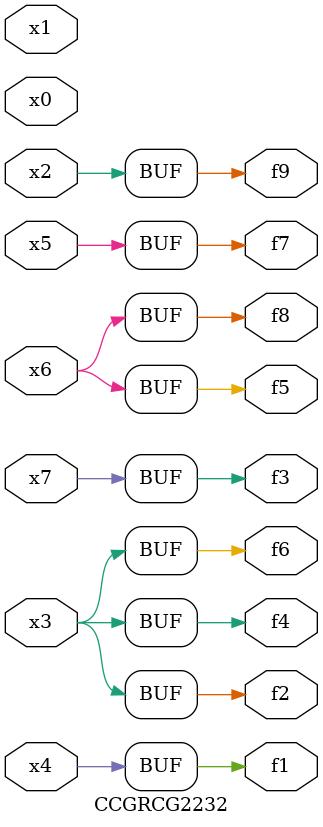
<source format=v>
module CCGRCG2232(
	input x0, x1, x2, x3, x4, x5, x6, x7,
	output f1, f2, f3, f4, f5, f6, f7, f8, f9
);
	assign f1 = x4;
	assign f2 = x3;
	assign f3 = x7;
	assign f4 = x3;
	assign f5 = x6;
	assign f6 = x3;
	assign f7 = x5;
	assign f8 = x6;
	assign f9 = x2;
endmodule

</source>
